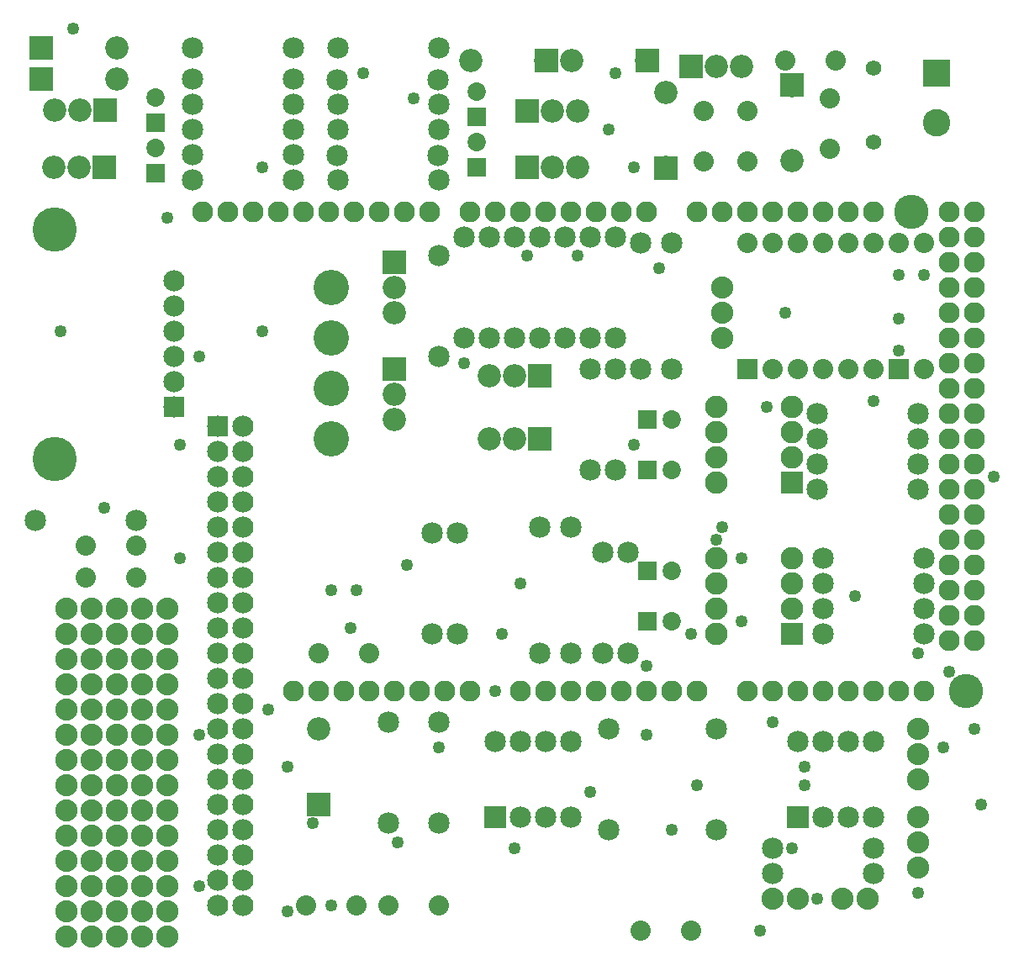
<source format=gbs>
G04 MADE WITH FRITZING*
G04 WWW.FRITZING.ORG*
G04 DOUBLE SIDED*
G04 HOLES PLATED*
G04 CONTOUR ON CENTER OF CONTOUR VECTOR*
%ASAXBY*%
%FSLAX23Y23*%
%MOIN*%
%OFA0B0*%
%SFA1.0B1.0*%
%ADD10C,0.049370*%
%ADD11C,0.084000*%
%ADD12C,0.175354*%
%ADD13C,0.080000*%
%ADD14C,0.088000*%
%ADD15C,0.085000*%
%ADD16C,0.140000*%
%ADD17C,0.082917*%
%ADD18C,0.135984*%
%ADD19C,0.092000*%
%ADD20C,0.061496*%
%ADD21C,0.089370*%
%ADD22C,0.072992*%
%ADD23C,0.109055*%
%ADD24R,0.084000X0.084000*%
%ADD25R,0.080000X0.080000*%
%ADD26R,0.085000X0.085000*%
%ADD27R,0.092000X0.092000*%
%ADD28R,0.089370X0.089370*%
%ADD29R,0.072992X0.072992*%
%ADD30R,0.109055X0.109055*%
%LNMASK0*%
G90*
G70*
G54D10*
X3566Y1378D03*
X2991Y1103D03*
X2441Y3303D03*
X2341Y3453D03*
X1966Y603D03*
X2491Y1328D03*
X716Y1053D03*
X716Y453D03*
X2441Y2203D03*
X3041Y2728D03*
X1366Y3678D03*
X216Y3853D03*
X3116Y928D03*
X1666Y1003D03*
X2491Y1053D03*
X2591Y678D03*
X2266Y828D03*
X2691Y853D03*
X1166Y703D03*
X2366Y3678D03*
X1066Y928D03*
X1766Y2528D03*
X991Y1153D03*
X1916Y1453D03*
X3666Y1003D03*
X3691Y1303D03*
X2666Y1453D03*
X591Y3103D03*
G54D11*
X616Y2353D03*
X616Y2453D03*
X616Y2553D03*
X616Y2653D03*
X616Y2753D03*
X616Y2853D03*
G54D12*
X144Y2148D03*
X144Y3058D03*
G54D11*
X616Y2353D03*
X616Y2453D03*
X616Y2553D03*
X616Y2653D03*
X616Y2753D03*
X616Y2853D03*
G54D12*
X144Y2148D03*
X144Y3058D03*
G54D10*
X3491Y2878D03*
X3491Y2703D03*
X3491Y2578D03*
X3066Y603D03*
X3116Y853D03*
X3591Y2878D03*
X2216Y2953D03*
X2016Y2953D03*
X966Y2653D03*
X716Y2553D03*
X341Y1953D03*
X641Y2203D03*
X641Y1753D03*
X2866Y1753D03*
X2966Y2353D03*
X3391Y2378D03*
X1502Y628D03*
G54D13*
X3591Y3003D03*
X3591Y2503D03*
X3491Y3003D03*
X3491Y2503D03*
X3391Y3003D03*
X3391Y2503D03*
X3291Y3003D03*
X3291Y2503D03*
X3191Y3003D03*
X3191Y2503D03*
X3091Y3003D03*
X3091Y2503D03*
X2991Y3003D03*
X2991Y2503D03*
X2891Y3003D03*
X2891Y2503D03*
G54D10*
X3866Y2078D03*
X1566Y3578D03*
X3166Y403D03*
X3791Y1078D03*
X3816Y778D03*
X966Y3303D03*
X1891Y1228D03*
G54D14*
X191Y1553D03*
X291Y1553D03*
X391Y1553D03*
X491Y1553D03*
X591Y1553D03*
X191Y253D03*
X291Y253D03*
X391Y253D03*
X491Y253D03*
X591Y253D03*
X191Y853D03*
X191Y1153D03*
X191Y353D03*
X291Y353D03*
X391Y353D03*
X491Y353D03*
X591Y353D03*
X191Y1353D03*
X191Y1253D03*
X191Y1053D03*
X191Y753D03*
X191Y453D03*
X191Y953D03*
X191Y1453D03*
X191Y653D03*
X191Y553D03*
X291Y853D03*
X291Y1153D03*
X291Y1353D03*
X291Y1253D03*
X291Y1053D03*
X291Y753D03*
X291Y453D03*
X291Y953D03*
X291Y1453D03*
X291Y653D03*
X291Y553D03*
X391Y853D03*
X391Y1153D03*
X391Y1353D03*
X391Y1253D03*
X391Y1053D03*
X391Y753D03*
X391Y453D03*
X391Y953D03*
X391Y1453D03*
X391Y653D03*
X391Y553D03*
X491Y853D03*
X491Y1153D03*
X491Y1353D03*
X491Y1253D03*
X491Y1053D03*
X491Y753D03*
X491Y453D03*
X491Y953D03*
X491Y1453D03*
X491Y653D03*
X491Y553D03*
X591Y453D03*
X591Y553D03*
X591Y653D03*
X591Y753D03*
X591Y853D03*
X591Y953D03*
X591Y1053D03*
X591Y1153D03*
X591Y1253D03*
X591Y1353D03*
X591Y1453D03*
G54D15*
X1891Y728D03*
X1891Y1028D03*
X1991Y728D03*
X1991Y1028D03*
X2091Y728D03*
X2091Y1028D03*
X2191Y728D03*
X2191Y1028D03*
G54D16*
X1241Y2628D03*
X1241Y2828D03*
X1241Y2428D03*
X1241Y2228D03*
G54D10*
X1316Y1478D03*
X3316Y1603D03*
X2866Y1503D03*
X1991Y1653D03*
X1541Y1728D03*
X1241Y378D03*
X1066Y353D03*
X166Y2653D03*
X3566Y428D03*
X2541Y2903D03*
X2941Y278D03*
X2791Y1878D03*
X2766Y1828D03*
X1241Y1628D03*
X1341Y1628D03*
G54D15*
X3091Y728D03*
X3091Y1028D03*
X3191Y728D03*
X3191Y1028D03*
X3291Y728D03*
X3291Y1028D03*
X3391Y728D03*
X3391Y1028D03*
G54D11*
X891Y2278D03*
X891Y2178D03*
X891Y2078D03*
X891Y1978D03*
X891Y1878D03*
X891Y1778D03*
X891Y1678D03*
X891Y1578D03*
X891Y1478D03*
X891Y1378D03*
X891Y1278D03*
X891Y1178D03*
X891Y1078D03*
X891Y978D03*
X891Y878D03*
X891Y778D03*
X891Y678D03*
X891Y578D03*
X891Y478D03*
X891Y378D03*
X791Y2278D03*
X791Y2178D03*
X791Y2078D03*
X791Y1978D03*
X791Y1878D03*
X791Y1778D03*
X791Y1678D03*
X791Y1578D03*
X791Y1478D03*
X791Y1378D03*
X791Y1278D03*
X791Y1178D03*
X791Y1078D03*
X791Y978D03*
X791Y878D03*
X791Y778D03*
X791Y678D03*
X791Y578D03*
X791Y478D03*
X791Y378D03*
G54D17*
X2991Y1228D03*
X1391Y1228D03*
X3091Y1228D03*
X3191Y1228D03*
X3291Y1228D03*
X3391Y1228D03*
X3691Y2628D03*
X3491Y1228D03*
X3591Y1228D03*
X1431Y3128D03*
X1991Y1228D03*
X2091Y1228D03*
X2191Y1228D03*
X2291Y1228D03*
X3691Y1828D03*
X2391Y1228D03*
X2491Y1228D03*
X2591Y1228D03*
X2691Y1228D03*
X2191Y3128D03*
X3691Y3028D03*
X3691Y2228D03*
X3691Y1428D03*
X1031Y3128D03*
X1791Y1228D03*
X1791Y3128D03*
X3691Y2828D03*
X3691Y2428D03*
X3691Y2028D03*
X3391Y3128D03*
X3691Y1628D03*
X3291Y3128D03*
X3191Y3128D03*
X3091Y3128D03*
X2991Y3128D03*
X2891Y3128D03*
X2791Y3128D03*
X2691Y3128D03*
X831Y3128D03*
X1231Y3128D03*
X1631Y3128D03*
X1191Y1228D03*
X1591Y1228D03*
X2391Y3128D03*
X1991Y3128D03*
X3691Y3128D03*
X3691Y2928D03*
X3691Y2728D03*
X3691Y2528D03*
X3691Y2328D03*
X3691Y2128D03*
X3691Y1928D03*
X3691Y1728D03*
X3691Y1528D03*
X731Y3128D03*
X931Y3128D03*
X1131Y3128D03*
X1331Y3128D03*
X1531Y3128D03*
X1091Y1228D03*
X1291Y1228D03*
X1491Y1228D03*
X1691Y1228D03*
X2491Y3128D03*
X2291Y3128D03*
X2091Y3128D03*
X1891Y3128D03*
X3791Y3128D03*
X3791Y3028D03*
X3791Y2928D03*
X3791Y2828D03*
X3791Y2728D03*
X3791Y2628D03*
X3791Y2528D03*
X3791Y2428D03*
X3791Y2328D03*
X3791Y2228D03*
X3791Y2128D03*
X3791Y2028D03*
X3791Y1928D03*
X3791Y1828D03*
X3791Y1728D03*
X3791Y1628D03*
X3791Y1528D03*
X3791Y1428D03*
X2891Y1228D03*
G54D18*
X3757Y1228D03*
X3541Y3128D03*
G54D19*
X1491Y2503D03*
X1491Y2403D03*
X1491Y2303D03*
X2066Y2478D03*
X1966Y2478D03*
X1866Y2478D03*
X1491Y2928D03*
X1491Y2828D03*
X1491Y2728D03*
X2066Y2228D03*
X1966Y2228D03*
X1866Y2228D03*
G54D13*
X1191Y1378D03*
X1391Y1378D03*
G54D19*
X2566Y3303D03*
X2566Y3601D03*
G54D15*
X466Y1903D03*
X66Y1903D03*
G54D14*
X3566Y528D03*
X3566Y628D03*
X3566Y728D03*
X3566Y1078D03*
X3566Y978D03*
X3566Y878D03*
X2791Y2828D03*
X2791Y2728D03*
X2791Y2628D03*
G54D15*
X2991Y603D03*
X3391Y603D03*
X2991Y503D03*
X3391Y503D03*
G54D14*
X2991Y403D03*
X3091Y403D03*
X3266Y403D03*
X3366Y403D03*
G54D15*
X3591Y1453D03*
X3191Y1453D03*
X2366Y3028D03*
X2366Y2628D03*
X2266Y3028D03*
X2266Y2628D03*
X3566Y2028D03*
X3166Y2028D03*
X3591Y1753D03*
X3191Y1753D03*
X2166Y3028D03*
X2166Y2628D03*
X1666Y2953D03*
X1666Y2553D03*
X3566Y2328D03*
X3166Y2328D03*
G54D19*
X2666Y3703D03*
X2766Y3703D03*
X2866Y3703D03*
G54D13*
X3041Y3728D03*
X3241Y3728D03*
X2891Y3528D03*
X2891Y3328D03*
X3216Y3378D03*
X3216Y3578D03*
X2716Y3528D03*
X2716Y3328D03*
G54D19*
X3066Y3628D03*
X3066Y3330D03*
G54D20*
X3391Y3403D03*
X3391Y3698D03*
G54D21*
X3066Y1453D03*
X2766Y1453D03*
X3066Y1553D03*
X2766Y1553D03*
X3066Y1653D03*
X2766Y1653D03*
X3066Y1753D03*
X2766Y1753D03*
X3066Y2053D03*
X2766Y2053D03*
X3066Y2153D03*
X2766Y2153D03*
X3066Y2253D03*
X2766Y2253D03*
X3066Y2353D03*
X2766Y2353D03*
G54D15*
X3591Y1553D03*
X3191Y1553D03*
X1866Y3028D03*
X1866Y2628D03*
X1966Y3028D03*
X1966Y2628D03*
X3566Y2128D03*
X3166Y2128D03*
X3591Y1653D03*
X3191Y1653D03*
X2066Y3028D03*
X2066Y2628D03*
X1766Y3028D03*
X1766Y2628D03*
X3566Y2228D03*
X3166Y2228D03*
X2066Y1378D03*
X2066Y1878D03*
X2591Y2503D03*
X2591Y3003D03*
X2191Y1878D03*
X2191Y1378D03*
X2466Y3003D03*
X2466Y2503D03*
X2416Y1778D03*
X2416Y1378D03*
X2266Y2103D03*
X2266Y2503D03*
X2316Y1778D03*
X2316Y1378D03*
X2366Y2103D03*
X2366Y2503D03*
G54D22*
X2493Y1703D03*
X2591Y1703D03*
X2493Y2303D03*
X2591Y2303D03*
X2493Y1503D03*
X2591Y1503D03*
X2493Y2103D03*
X2591Y2103D03*
G54D15*
X1741Y1853D03*
X1741Y1453D03*
G54D13*
X1666Y378D03*
X1466Y378D03*
X1341Y378D03*
X1141Y378D03*
G54D15*
X1666Y703D03*
X1666Y1103D03*
X1466Y703D03*
X1466Y1103D03*
G54D19*
X1191Y778D03*
X1191Y1076D03*
G54D13*
X266Y1678D03*
X466Y1678D03*
X266Y1803D03*
X466Y1803D03*
X2666Y278D03*
X2466Y278D03*
G54D15*
X2766Y678D03*
X2766Y1078D03*
X2341Y678D03*
X2341Y1078D03*
X1641Y1853D03*
X1641Y1453D03*
X1091Y3253D03*
X691Y3253D03*
X1266Y3253D03*
X1666Y3253D03*
X1091Y3553D03*
X691Y3553D03*
X1266Y3553D03*
X1666Y3553D03*
G54D22*
X542Y3281D03*
X542Y3379D03*
X1816Y3305D03*
X1816Y3403D03*
X542Y3481D03*
X542Y3579D03*
X1816Y3505D03*
X1816Y3603D03*
G54D19*
X91Y3653D03*
X389Y3653D03*
X2091Y3728D03*
X1793Y3728D03*
X91Y3778D03*
X389Y3778D03*
X2491Y3728D03*
X2193Y3728D03*
X341Y3303D03*
X241Y3303D03*
X141Y3303D03*
X2016Y3303D03*
X2116Y3303D03*
X2216Y3303D03*
X342Y3529D03*
X242Y3529D03*
X142Y3529D03*
X2016Y3528D03*
X2116Y3528D03*
X2216Y3528D03*
G54D15*
X1091Y3353D03*
X691Y3353D03*
X1265Y3352D03*
X1665Y3352D03*
X1091Y3653D03*
X691Y3653D03*
X1265Y3652D03*
X1665Y3652D03*
X1091Y3453D03*
X691Y3453D03*
X1266Y3453D03*
X1666Y3453D03*
X1091Y3778D03*
X691Y3778D03*
X1266Y3778D03*
X1666Y3778D03*
G54D23*
X3641Y3678D03*
X3641Y3481D03*
G54D24*
X616Y2353D03*
X616Y2353D03*
G54D25*
X2891Y2503D03*
X3491Y2503D03*
G54D26*
X1891Y728D03*
X3091Y728D03*
G54D24*
X791Y2278D03*
G54D27*
X1491Y2503D03*
X2066Y2478D03*
X1491Y2928D03*
X2066Y2228D03*
X2566Y3302D03*
X2666Y3703D03*
X3066Y3629D03*
G54D28*
X3066Y1453D03*
X3066Y2053D03*
G54D29*
X2493Y1703D03*
X2493Y2303D03*
X2493Y1503D03*
X2493Y2103D03*
G54D27*
X1191Y777D03*
G54D29*
X542Y3281D03*
X1816Y3305D03*
X542Y3481D03*
X1816Y3505D03*
G54D27*
X90Y3653D03*
X2092Y3728D03*
X90Y3778D03*
X2492Y3728D03*
X341Y3303D03*
X2016Y3303D03*
X342Y3529D03*
X2016Y3528D03*
G54D30*
X3641Y3678D03*
G04 End of Mask0*
M02*
</source>
